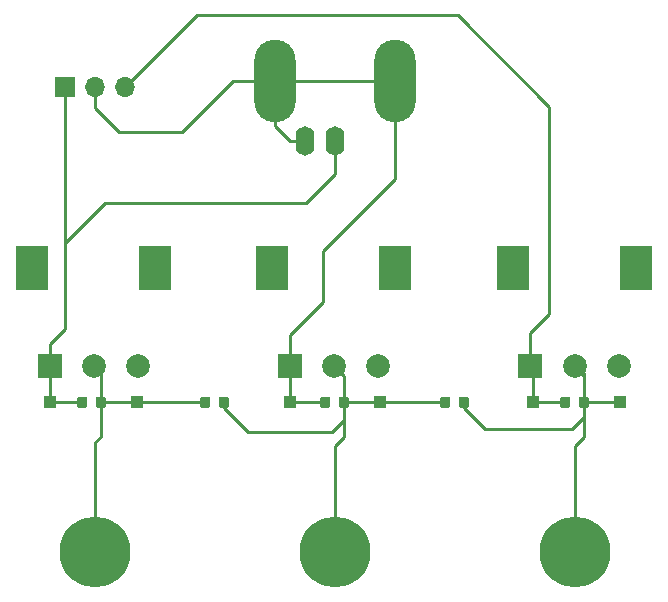
<source format=gbr>
G04 #@! TF.GenerationSoftware,KiCad,Pcbnew,(5.1.5-0-10_14)*
G04 #@! TF.CreationDate,2020-03-13T23:12:58-07:00*
G04 #@! TF.ProjectId,SigGenAdapter,53696747-656e-4416-9461-707465722e6b,rev?*
G04 #@! TF.SameCoordinates,Original*
G04 #@! TF.FileFunction,Copper,L1,Top*
G04 #@! TF.FilePolarity,Positive*
%FSLAX46Y46*%
G04 Gerber Fmt 4.6, Leading zero omitted, Abs format (unit mm)*
G04 Created by KiCad (PCBNEW (5.1.5-0-10_14)) date 2020-03-13 23:12:58*
%MOMM*%
%LPD*%
G04 APERTURE LIST*
%ADD10R,1.700000X1.700000*%
%ADD11O,1.700000X1.700000*%
%ADD12C,6.000000*%
%ADD13C,0.100000*%
%ADD14R,1.000000X1.000000*%
%ADD15R,2.000000X2.000000*%
%ADD16C,2.000000*%
%ADD17R,2.800000X3.800000*%
%ADD18O,3.500000X7.000000*%
%ADD19O,1.600000X2.500000*%
%ADD20C,0.250000*%
G04 APERTURE END LIST*
D10*
X74422000Y-62484000D03*
D11*
X76962000Y-62484000D03*
X79502000Y-62484000D03*
D12*
X76962000Y-101854000D03*
X97282000Y-101854000D03*
X117602000Y-101854000D03*
G04 #@! TA.AperFunction,SMDPad,CuDef*
D13*
G36*
X77735691Y-88680053D02*
G01*
X77756926Y-88683203D01*
X77777750Y-88688419D01*
X77797962Y-88695651D01*
X77817368Y-88704830D01*
X77835781Y-88715866D01*
X77853024Y-88728654D01*
X77868930Y-88743070D01*
X77883346Y-88758976D01*
X77896134Y-88776219D01*
X77907170Y-88794632D01*
X77916349Y-88814038D01*
X77923581Y-88834250D01*
X77928797Y-88855074D01*
X77931947Y-88876309D01*
X77933000Y-88897750D01*
X77933000Y-89410250D01*
X77931947Y-89431691D01*
X77928797Y-89452926D01*
X77923581Y-89473750D01*
X77916349Y-89493962D01*
X77907170Y-89513368D01*
X77896134Y-89531781D01*
X77883346Y-89549024D01*
X77868930Y-89564930D01*
X77853024Y-89579346D01*
X77835781Y-89592134D01*
X77817368Y-89603170D01*
X77797962Y-89612349D01*
X77777750Y-89619581D01*
X77756926Y-89624797D01*
X77735691Y-89627947D01*
X77714250Y-89629000D01*
X77276750Y-89629000D01*
X77255309Y-89627947D01*
X77234074Y-89624797D01*
X77213250Y-89619581D01*
X77193038Y-89612349D01*
X77173632Y-89603170D01*
X77155219Y-89592134D01*
X77137976Y-89579346D01*
X77122070Y-89564930D01*
X77107654Y-89549024D01*
X77094866Y-89531781D01*
X77083830Y-89513368D01*
X77074651Y-89493962D01*
X77067419Y-89473750D01*
X77062203Y-89452926D01*
X77059053Y-89431691D01*
X77058000Y-89410250D01*
X77058000Y-88897750D01*
X77059053Y-88876309D01*
X77062203Y-88855074D01*
X77067419Y-88834250D01*
X77074651Y-88814038D01*
X77083830Y-88794632D01*
X77094866Y-88776219D01*
X77107654Y-88758976D01*
X77122070Y-88743070D01*
X77137976Y-88728654D01*
X77155219Y-88715866D01*
X77173632Y-88704830D01*
X77193038Y-88695651D01*
X77213250Y-88688419D01*
X77234074Y-88683203D01*
X77255309Y-88680053D01*
X77276750Y-88679000D01*
X77714250Y-88679000D01*
X77735691Y-88680053D01*
G37*
G04 #@! TD.AperFunction*
G04 #@! TA.AperFunction,SMDPad,CuDef*
G36*
X76160691Y-88680053D02*
G01*
X76181926Y-88683203D01*
X76202750Y-88688419D01*
X76222962Y-88695651D01*
X76242368Y-88704830D01*
X76260781Y-88715866D01*
X76278024Y-88728654D01*
X76293930Y-88743070D01*
X76308346Y-88758976D01*
X76321134Y-88776219D01*
X76332170Y-88794632D01*
X76341349Y-88814038D01*
X76348581Y-88834250D01*
X76353797Y-88855074D01*
X76356947Y-88876309D01*
X76358000Y-88897750D01*
X76358000Y-89410250D01*
X76356947Y-89431691D01*
X76353797Y-89452926D01*
X76348581Y-89473750D01*
X76341349Y-89493962D01*
X76332170Y-89513368D01*
X76321134Y-89531781D01*
X76308346Y-89549024D01*
X76293930Y-89564930D01*
X76278024Y-89579346D01*
X76260781Y-89592134D01*
X76242368Y-89603170D01*
X76222962Y-89612349D01*
X76202750Y-89619581D01*
X76181926Y-89624797D01*
X76160691Y-89627947D01*
X76139250Y-89629000D01*
X75701750Y-89629000D01*
X75680309Y-89627947D01*
X75659074Y-89624797D01*
X75638250Y-89619581D01*
X75618038Y-89612349D01*
X75598632Y-89603170D01*
X75580219Y-89592134D01*
X75562976Y-89579346D01*
X75547070Y-89564930D01*
X75532654Y-89549024D01*
X75519866Y-89531781D01*
X75508830Y-89513368D01*
X75499651Y-89493962D01*
X75492419Y-89473750D01*
X75487203Y-89452926D01*
X75484053Y-89431691D01*
X75483000Y-89410250D01*
X75483000Y-88897750D01*
X75484053Y-88876309D01*
X75487203Y-88855074D01*
X75492419Y-88834250D01*
X75499651Y-88814038D01*
X75508830Y-88794632D01*
X75519866Y-88776219D01*
X75532654Y-88758976D01*
X75547070Y-88743070D01*
X75562976Y-88728654D01*
X75580219Y-88715866D01*
X75598632Y-88704830D01*
X75618038Y-88695651D01*
X75638250Y-88688419D01*
X75659074Y-88683203D01*
X75680309Y-88680053D01*
X75701750Y-88679000D01*
X76139250Y-88679000D01*
X76160691Y-88680053D01*
G37*
G04 #@! TD.AperFunction*
G04 #@! TA.AperFunction,SMDPad,CuDef*
G36*
X117054691Y-88680053D02*
G01*
X117075926Y-88683203D01*
X117096750Y-88688419D01*
X117116962Y-88695651D01*
X117136368Y-88704830D01*
X117154781Y-88715866D01*
X117172024Y-88728654D01*
X117187930Y-88743070D01*
X117202346Y-88758976D01*
X117215134Y-88776219D01*
X117226170Y-88794632D01*
X117235349Y-88814038D01*
X117242581Y-88834250D01*
X117247797Y-88855074D01*
X117250947Y-88876309D01*
X117252000Y-88897750D01*
X117252000Y-89410250D01*
X117250947Y-89431691D01*
X117247797Y-89452926D01*
X117242581Y-89473750D01*
X117235349Y-89493962D01*
X117226170Y-89513368D01*
X117215134Y-89531781D01*
X117202346Y-89549024D01*
X117187930Y-89564930D01*
X117172024Y-89579346D01*
X117154781Y-89592134D01*
X117136368Y-89603170D01*
X117116962Y-89612349D01*
X117096750Y-89619581D01*
X117075926Y-89624797D01*
X117054691Y-89627947D01*
X117033250Y-89629000D01*
X116595750Y-89629000D01*
X116574309Y-89627947D01*
X116553074Y-89624797D01*
X116532250Y-89619581D01*
X116512038Y-89612349D01*
X116492632Y-89603170D01*
X116474219Y-89592134D01*
X116456976Y-89579346D01*
X116441070Y-89564930D01*
X116426654Y-89549024D01*
X116413866Y-89531781D01*
X116402830Y-89513368D01*
X116393651Y-89493962D01*
X116386419Y-89473750D01*
X116381203Y-89452926D01*
X116378053Y-89431691D01*
X116377000Y-89410250D01*
X116377000Y-88897750D01*
X116378053Y-88876309D01*
X116381203Y-88855074D01*
X116386419Y-88834250D01*
X116393651Y-88814038D01*
X116402830Y-88794632D01*
X116413866Y-88776219D01*
X116426654Y-88758976D01*
X116441070Y-88743070D01*
X116456976Y-88728654D01*
X116474219Y-88715866D01*
X116492632Y-88704830D01*
X116512038Y-88695651D01*
X116532250Y-88688419D01*
X116553074Y-88683203D01*
X116574309Y-88680053D01*
X116595750Y-88679000D01*
X117033250Y-88679000D01*
X117054691Y-88680053D01*
G37*
G04 #@! TD.AperFunction*
G04 #@! TA.AperFunction,SMDPad,CuDef*
G36*
X118629691Y-88680053D02*
G01*
X118650926Y-88683203D01*
X118671750Y-88688419D01*
X118691962Y-88695651D01*
X118711368Y-88704830D01*
X118729781Y-88715866D01*
X118747024Y-88728654D01*
X118762930Y-88743070D01*
X118777346Y-88758976D01*
X118790134Y-88776219D01*
X118801170Y-88794632D01*
X118810349Y-88814038D01*
X118817581Y-88834250D01*
X118822797Y-88855074D01*
X118825947Y-88876309D01*
X118827000Y-88897750D01*
X118827000Y-89410250D01*
X118825947Y-89431691D01*
X118822797Y-89452926D01*
X118817581Y-89473750D01*
X118810349Y-89493962D01*
X118801170Y-89513368D01*
X118790134Y-89531781D01*
X118777346Y-89549024D01*
X118762930Y-89564930D01*
X118747024Y-89579346D01*
X118729781Y-89592134D01*
X118711368Y-89603170D01*
X118691962Y-89612349D01*
X118671750Y-89619581D01*
X118650926Y-89624797D01*
X118629691Y-89627947D01*
X118608250Y-89629000D01*
X118170750Y-89629000D01*
X118149309Y-89627947D01*
X118128074Y-89624797D01*
X118107250Y-89619581D01*
X118087038Y-89612349D01*
X118067632Y-89603170D01*
X118049219Y-89592134D01*
X118031976Y-89579346D01*
X118016070Y-89564930D01*
X118001654Y-89549024D01*
X117988866Y-89531781D01*
X117977830Y-89513368D01*
X117968651Y-89493962D01*
X117961419Y-89473750D01*
X117956203Y-89452926D01*
X117953053Y-89431691D01*
X117952000Y-89410250D01*
X117952000Y-88897750D01*
X117953053Y-88876309D01*
X117956203Y-88855074D01*
X117961419Y-88834250D01*
X117968651Y-88814038D01*
X117977830Y-88794632D01*
X117988866Y-88776219D01*
X118001654Y-88758976D01*
X118016070Y-88743070D01*
X118031976Y-88728654D01*
X118049219Y-88715866D01*
X118067632Y-88704830D01*
X118087038Y-88695651D01*
X118107250Y-88688419D01*
X118128074Y-88683203D01*
X118149309Y-88680053D01*
X118170750Y-88679000D01*
X118608250Y-88679000D01*
X118629691Y-88680053D01*
G37*
G04 #@! TD.AperFunction*
G04 #@! TA.AperFunction,SMDPad,CuDef*
G36*
X88149691Y-88680053D02*
G01*
X88170926Y-88683203D01*
X88191750Y-88688419D01*
X88211962Y-88695651D01*
X88231368Y-88704830D01*
X88249781Y-88715866D01*
X88267024Y-88728654D01*
X88282930Y-88743070D01*
X88297346Y-88758976D01*
X88310134Y-88776219D01*
X88321170Y-88794632D01*
X88330349Y-88814038D01*
X88337581Y-88834250D01*
X88342797Y-88855074D01*
X88345947Y-88876309D01*
X88347000Y-88897750D01*
X88347000Y-89410250D01*
X88345947Y-89431691D01*
X88342797Y-89452926D01*
X88337581Y-89473750D01*
X88330349Y-89493962D01*
X88321170Y-89513368D01*
X88310134Y-89531781D01*
X88297346Y-89549024D01*
X88282930Y-89564930D01*
X88267024Y-89579346D01*
X88249781Y-89592134D01*
X88231368Y-89603170D01*
X88211962Y-89612349D01*
X88191750Y-89619581D01*
X88170926Y-89624797D01*
X88149691Y-89627947D01*
X88128250Y-89629000D01*
X87690750Y-89629000D01*
X87669309Y-89627947D01*
X87648074Y-89624797D01*
X87627250Y-89619581D01*
X87607038Y-89612349D01*
X87587632Y-89603170D01*
X87569219Y-89592134D01*
X87551976Y-89579346D01*
X87536070Y-89564930D01*
X87521654Y-89549024D01*
X87508866Y-89531781D01*
X87497830Y-89513368D01*
X87488651Y-89493962D01*
X87481419Y-89473750D01*
X87476203Y-89452926D01*
X87473053Y-89431691D01*
X87472000Y-89410250D01*
X87472000Y-88897750D01*
X87473053Y-88876309D01*
X87476203Y-88855074D01*
X87481419Y-88834250D01*
X87488651Y-88814038D01*
X87497830Y-88794632D01*
X87508866Y-88776219D01*
X87521654Y-88758976D01*
X87536070Y-88743070D01*
X87551976Y-88728654D01*
X87569219Y-88715866D01*
X87587632Y-88704830D01*
X87607038Y-88695651D01*
X87627250Y-88688419D01*
X87648074Y-88683203D01*
X87669309Y-88680053D01*
X87690750Y-88679000D01*
X88128250Y-88679000D01*
X88149691Y-88680053D01*
G37*
G04 #@! TD.AperFunction*
G04 #@! TA.AperFunction,SMDPad,CuDef*
G36*
X86574691Y-88680053D02*
G01*
X86595926Y-88683203D01*
X86616750Y-88688419D01*
X86636962Y-88695651D01*
X86656368Y-88704830D01*
X86674781Y-88715866D01*
X86692024Y-88728654D01*
X86707930Y-88743070D01*
X86722346Y-88758976D01*
X86735134Y-88776219D01*
X86746170Y-88794632D01*
X86755349Y-88814038D01*
X86762581Y-88834250D01*
X86767797Y-88855074D01*
X86770947Y-88876309D01*
X86772000Y-88897750D01*
X86772000Y-89410250D01*
X86770947Y-89431691D01*
X86767797Y-89452926D01*
X86762581Y-89473750D01*
X86755349Y-89493962D01*
X86746170Y-89513368D01*
X86735134Y-89531781D01*
X86722346Y-89549024D01*
X86707930Y-89564930D01*
X86692024Y-89579346D01*
X86674781Y-89592134D01*
X86656368Y-89603170D01*
X86636962Y-89612349D01*
X86616750Y-89619581D01*
X86595926Y-89624797D01*
X86574691Y-89627947D01*
X86553250Y-89629000D01*
X86115750Y-89629000D01*
X86094309Y-89627947D01*
X86073074Y-89624797D01*
X86052250Y-89619581D01*
X86032038Y-89612349D01*
X86012632Y-89603170D01*
X85994219Y-89592134D01*
X85976976Y-89579346D01*
X85961070Y-89564930D01*
X85946654Y-89549024D01*
X85933866Y-89531781D01*
X85922830Y-89513368D01*
X85913651Y-89493962D01*
X85906419Y-89473750D01*
X85901203Y-89452926D01*
X85898053Y-89431691D01*
X85897000Y-89410250D01*
X85897000Y-88897750D01*
X85898053Y-88876309D01*
X85901203Y-88855074D01*
X85906419Y-88834250D01*
X85913651Y-88814038D01*
X85922830Y-88794632D01*
X85933866Y-88776219D01*
X85946654Y-88758976D01*
X85961070Y-88743070D01*
X85976976Y-88728654D01*
X85994219Y-88715866D01*
X86012632Y-88704830D01*
X86032038Y-88695651D01*
X86052250Y-88688419D01*
X86073074Y-88683203D01*
X86094309Y-88680053D01*
X86115750Y-88679000D01*
X86553250Y-88679000D01*
X86574691Y-88680053D01*
G37*
G04 #@! TD.AperFunction*
G04 #@! TA.AperFunction,SMDPad,CuDef*
G36*
X106894691Y-88680053D02*
G01*
X106915926Y-88683203D01*
X106936750Y-88688419D01*
X106956962Y-88695651D01*
X106976368Y-88704830D01*
X106994781Y-88715866D01*
X107012024Y-88728654D01*
X107027930Y-88743070D01*
X107042346Y-88758976D01*
X107055134Y-88776219D01*
X107066170Y-88794632D01*
X107075349Y-88814038D01*
X107082581Y-88834250D01*
X107087797Y-88855074D01*
X107090947Y-88876309D01*
X107092000Y-88897750D01*
X107092000Y-89410250D01*
X107090947Y-89431691D01*
X107087797Y-89452926D01*
X107082581Y-89473750D01*
X107075349Y-89493962D01*
X107066170Y-89513368D01*
X107055134Y-89531781D01*
X107042346Y-89549024D01*
X107027930Y-89564930D01*
X107012024Y-89579346D01*
X106994781Y-89592134D01*
X106976368Y-89603170D01*
X106956962Y-89612349D01*
X106936750Y-89619581D01*
X106915926Y-89624797D01*
X106894691Y-89627947D01*
X106873250Y-89629000D01*
X106435750Y-89629000D01*
X106414309Y-89627947D01*
X106393074Y-89624797D01*
X106372250Y-89619581D01*
X106352038Y-89612349D01*
X106332632Y-89603170D01*
X106314219Y-89592134D01*
X106296976Y-89579346D01*
X106281070Y-89564930D01*
X106266654Y-89549024D01*
X106253866Y-89531781D01*
X106242830Y-89513368D01*
X106233651Y-89493962D01*
X106226419Y-89473750D01*
X106221203Y-89452926D01*
X106218053Y-89431691D01*
X106217000Y-89410250D01*
X106217000Y-88897750D01*
X106218053Y-88876309D01*
X106221203Y-88855074D01*
X106226419Y-88834250D01*
X106233651Y-88814038D01*
X106242830Y-88794632D01*
X106253866Y-88776219D01*
X106266654Y-88758976D01*
X106281070Y-88743070D01*
X106296976Y-88728654D01*
X106314219Y-88715866D01*
X106332632Y-88704830D01*
X106352038Y-88695651D01*
X106372250Y-88688419D01*
X106393074Y-88683203D01*
X106414309Y-88680053D01*
X106435750Y-88679000D01*
X106873250Y-88679000D01*
X106894691Y-88680053D01*
G37*
G04 #@! TD.AperFunction*
G04 #@! TA.AperFunction,SMDPad,CuDef*
G36*
X108469691Y-88680053D02*
G01*
X108490926Y-88683203D01*
X108511750Y-88688419D01*
X108531962Y-88695651D01*
X108551368Y-88704830D01*
X108569781Y-88715866D01*
X108587024Y-88728654D01*
X108602930Y-88743070D01*
X108617346Y-88758976D01*
X108630134Y-88776219D01*
X108641170Y-88794632D01*
X108650349Y-88814038D01*
X108657581Y-88834250D01*
X108662797Y-88855074D01*
X108665947Y-88876309D01*
X108667000Y-88897750D01*
X108667000Y-89410250D01*
X108665947Y-89431691D01*
X108662797Y-89452926D01*
X108657581Y-89473750D01*
X108650349Y-89493962D01*
X108641170Y-89513368D01*
X108630134Y-89531781D01*
X108617346Y-89549024D01*
X108602930Y-89564930D01*
X108587024Y-89579346D01*
X108569781Y-89592134D01*
X108551368Y-89603170D01*
X108531962Y-89612349D01*
X108511750Y-89619581D01*
X108490926Y-89624797D01*
X108469691Y-89627947D01*
X108448250Y-89629000D01*
X108010750Y-89629000D01*
X107989309Y-89627947D01*
X107968074Y-89624797D01*
X107947250Y-89619581D01*
X107927038Y-89612349D01*
X107907632Y-89603170D01*
X107889219Y-89592134D01*
X107871976Y-89579346D01*
X107856070Y-89564930D01*
X107841654Y-89549024D01*
X107828866Y-89531781D01*
X107817830Y-89513368D01*
X107808651Y-89493962D01*
X107801419Y-89473750D01*
X107796203Y-89452926D01*
X107793053Y-89431691D01*
X107792000Y-89410250D01*
X107792000Y-88897750D01*
X107793053Y-88876309D01*
X107796203Y-88855074D01*
X107801419Y-88834250D01*
X107808651Y-88814038D01*
X107817830Y-88794632D01*
X107828866Y-88776219D01*
X107841654Y-88758976D01*
X107856070Y-88743070D01*
X107871976Y-88728654D01*
X107889219Y-88715866D01*
X107907632Y-88704830D01*
X107927038Y-88695651D01*
X107947250Y-88688419D01*
X107968074Y-88683203D01*
X107989309Y-88680053D01*
X108010750Y-88679000D01*
X108448250Y-88679000D01*
X108469691Y-88680053D01*
G37*
G04 #@! TD.AperFunction*
D14*
X93472000Y-89154000D03*
X101092000Y-89154000D03*
X73152000Y-89154000D03*
X114046000Y-89154000D03*
X80518000Y-89154000D03*
X121412000Y-89154000D03*
D15*
X73152000Y-86106000D03*
D16*
X76902000Y-86106000D03*
X80652000Y-86106000D03*
D17*
X71702000Y-77781000D03*
X82102000Y-77781000D03*
X122802000Y-77781000D03*
X112402000Y-77781000D03*
D16*
X121352000Y-86106000D03*
X117602000Y-86106000D03*
D15*
X113852000Y-86106000D03*
X93472000Y-86106000D03*
D16*
X97222000Y-86106000D03*
X100972000Y-86106000D03*
D17*
X92022000Y-77781000D03*
X102422000Y-77781000D03*
D18*
X92202000Y-61976000D03*
X102362000Y-61976000D03*
D19*
X97282000Y-67056000D03*
X94742000Y-67056000D03*
G04 #@! TA.AperFunction,SMDPad,CuDef*
D13*
G36*
X98309691Y-88680053D02*
G01*
X98330926Y-88683203D01*
X98351750Y-88688419D01*
X98371962Y-88695651D01*
X98391368Y-88704830D01*
X98409781Y-88715866D01*
X98427024Y-88728654D01*
X98442930Y-88743070D01*
X98457346Y-88758976D01*
X98470134Y-88776219D01*
X98481170Y-88794632D01*
X98490349Y-88814038D01*
X98497581Y-88834250D01*
X98502797Y-88855074D01*
X98505947Y-88876309D01*
X98507000Y-88897750D01*
X98507000Y-89410250D01*
X98505947Y-89431691D01*
X98502797Y-89452926D01*
X98497581Y-89473750D01*
X98490349Y-89493962D01*
X98481170Y-89513368D01*
X98470134Y-89531781D01*
X98457346Y-89549024D01*
X98442930Y-89564930D01*
X98427024Y-89579346D01*
X98409781Y-89592134D01*
X98391368Y-89603170D01*
X98371962Y-89612349D01*
X98351750Y-89619581D01*
X98330926Y-89624797D01*
X98309691Y-89627947D01*
X98288250Y-89629000D01*
X97850750Y-89629000D01*
X97829309Y-89627947D01*
X97808074Y-89624797D01*
X97787250Y-89619581D01*
X97767038Y-89612349D01*
X97747632Y-89603170D01*
X97729219Y-89592134D01*
X97711976Y-89579346D01*
X97696070Y-89564930D01*
X97681654Y-89549024D01*
X97668866Y-89531781D01*
X97657830Y-89513368D01*
X97648651Y-89493962D01*
X97641419Y-89473750D01*
X97636203Y-89452926D01*
X97633053Y-89431691D01*
X97632000Y-89410250D01*
X97632000Y-88897750D01*
X97633053Y-88876309D01*
X97636203Y-88855074D01*
X97641419Y-88834250D01*
X97648651Y-88814038D01*
X97657830Y-88794632D01*
X97668866Y-88776219D01*
X97681654Y-88758976D01*
X97696070Y-88743070D01*
X97711976Y-88728654D01*
X97729219Y-88715866D01*
X97747632Y-88704830D01*
X97767038Y-88695651D01*
X97787250Y-88688419D01*
X97808074Y-88683203D01*
X97829309Y-88680053D01*
X97850750Y-88679000D01*
X98288250Y-88679000D01*
X98309691Y-88680053D01*
G37*
G04 #@! TD.AperFunction*
G04 #@! TA.AperFunction,SMDPad,CuDef*
G36*
X96734691Y-88680053D02*
G01*
X96755926Y-88683203D01*
X96776750Y-88688419D01*
X96796962Y-88695651D01*
X96816368Y-88704830D01*
X96834781Y-88715866D01*
X96852024Y-88728654D01*
X96867930Y-88743070D01*
X96882346Y-88758976D01*
X96895134Y-88776219D01*
X96906170Y-88794632D01*
X96915349Y-88814038D01*
X96922581Y-88834250D01*
X96927797Y-88855074D01*
X96930947Y-88876309D01*
X96932000Y-88897750D01*
X96932000Y-89410250D01*
X96930947Y-89431691D01*
X96927797Y-89452926D01*
X96922581Y-89473750D01*
X96915349Y-89493962D01*
X96906170Y-89513368D01*
X96895134Y-89531781D01*
X96882346Y-89549024D01*
X96867930Y-89564930D01*
X96852024Y-89579346D01*
X96834781Y-89592134D01*
X96816368Y-89603170D01*
X96796962Y-89612349D01*
X96776750Y-89619581D01*
X96755926Y-89624797D01*
X96734691Y-89627947D01*
X96713250Y-89629000D01*
X96275750Y-89629000D01*
X96254309Y-89627947D01*
X96233074Y-89624797D01*
X96212250Y-89619581D01*
X96192038Y-89612349D01*
X96172632Y-89603170D01*
X96154219Y-89592134D01*
X96136976Y-89579346D01*
X96121070Y-89564930D01*
X96106654Y-89549024D01*
X96093866Y-89531781D01*
X96082830Y-89513368D01*
X96073651Y-89493962D01*
X96066419Y-89473750D01*
X96061203Y-89452926D01*
X96058053Y-89431691D01*
X96057000Y-89410250D01*
X96057000Y-88897750D01*
X96058053Y-88876309D01*
X96061203Y-88855074D01*
X96066419Y-88834250D01*
X96073651Y-88814038D01*
X96082830Y-88794632D01*
X96093866Y-88776219D01*
X96106654Y-88758976D01*
X96121070Y-88743070D01*
X96136976Y-88728654D01*
X96154219Y-88715866D01*
X96172632Y-88704830D01*
X96192038Y-88695651D01*
X96212250Y-88688419D01*
X96233074Y-88683203D01*
X96254309Y-88680053D01*
X96275750Y-88679000D01*
X96713250Y-88679000D01*
X96734691Y-88680053D01*
G37*
G04 #@! TD.AperFunction*
D20*
X73152000Y-86106000D02*
X73152000Y-89154000D01*
X75920500Y-89154000D02*
X73152000Y-89154000D01*
X74422000Y-82931000D02*
X73152000Y-84201000D01*
X73152000Y-86106000D02*
X73152000Y-84201000D01*
X97282000Y-67056000D02*
X97282000Y-69850000D01*
X97282000Y-69850000D02*
X94869000Y-72263000D01*
X94869000Y-72263000D02*
X77851000Y-72263000D01*
X74422000Y-75692000D02*
X74422000Y-82931000D01*
X77851000Y-72263000D02*
X74422000Y-75692000D01*
X74422000Y-62484000D02*
X74422000Y-75692000D01*
X114046000Y-86106000D02*
X114046000Y-89154000D01*
X114046000Y-89154000D02*
X116814500Y-89154000D01*
X80518000Y-89154000D02*
X77495500Y-89154000D01*
X118389500Y-86699500D02*
X117796000Y-86106000D01*
X118389500Y-89154000D02*
X118389500Y-86699500D01*
X120662000Y-89154000D02*
X118389500Y-89154000D01*
X121412000Y-89154000D02*
X120662000Y-89154000D01*
X101092000Y-89154000D02*
X98069500Y-89154000D01*
X79502000Y-62484000D02*
X85598000Y-56388000D01*
X85598000Y-56388000D02*
X107696000Y-56388000D01*
X107696000Y-56388000D02*
X115443000Y-64135000D01*
X115443000Y-64135000D02*
X115443000Y-81661000D01*
X113852000Y-83252000D02*
X113852000Y-86106000D01*
X115443000Y-81661000D02*
X113852000Y-83252000D01*
X86334500Y-89154000D02*
X82931000Y-89154000D01*
X82931000Y-89154000D02*
X83032500Y-89154000D01*
X80518000Y-89154000D02*
X82931000Y-89154000D01*
X77495500Y-86699500D02*
X76902000Y-86106000D01*
X77495500Y-89154000D02*
X77495500Y-86699500D01*
X76962000Y-101854000D02*
X76962000Y-92583000D01*
X77495500Y-92049500D02*
X77495500Y-89154000D01*
X76962000Y-92583000D02*
X77495500Y-92049500D01*
X118389500Y-86893500D02*
X117602000Y-86106000D01*
X118389500Y-89154000D02*
X118389500Y-86893500D01*
X108229500Y-89629000D02*
X110040500Y-91440000D01*
X108229500Y-89154000D02*
X108229500Y-89629000D01*
X110040500Y-91440000D02*
X117348000Y-91440000D01*
X118389500Y-90398500D02*
X118389500Y-89154000D01*
X117602000Y-101854000D02*
X117602000Y-92837000D01*
X117602000Y-92837000D02*
X118364000Y-92075000D01*
X118364000Y-92075000D02*
X118364000Y-90424000D01*
X118364000Y-90424000D02*
X118389500Y-90398500D01*
X117348000Y-91440000D02*
X118364000Y-90424000D01*
X101092000Y-89154000D02*
X101842000Y-89154000D01*
X106654500Y-89154000D02*
X101092000Y-89154000D01*
X98069500Y-86953500D02*
X97222000Y-86106000D01*
X98069500Y-89154000D02*
X98069500Y-86953500D01*
X87909500Y-89629000D02*
X89974500Y-91694000D01*
X87909500Y-89154000D02*
X87909500Y-89629000D01*
X89974500Y-91694000D02*
X97028000Y-91694000D01*
X98069500Y-90652500D02*
X98069500Y-89154000D01*
X97282000Y-101854000D02*
X97282000Y-92837000D01*
X98044000Y-92075000D02*
X98044000Y-90678000D01*
X97282000Y-92837000D02*
X98044000Y-92075000D01*
X98044000Y-90678000D02*
X98069500Y-90652500D01*
X97028000Y-91694000D02*
X98044000Y-90678000D01*
X96494500Y-89154000D02*
X95250000Y-89154000D01*
X95250000Y-89154000D02*
X93472000Y-89154000D01*
X93472000Y-86106000D02*
X93472000Y-89154000D01*
X92202000Y-65726000D02*
X92202000Y-61976000D01*
X93532000Y-67056000D02*
X92202000Y-65726000D01*
X94742000Y-67056000D02*
X93532000Y-67056000D01*
X92202000Y-61976000D02*
X102362000Y-61976000D01*
X102362000Y-61976000D02*
X102362000Y-70231000D01*
X102362000Y-70231000D02*
X96266000Y-76327000D01*
X96266000Y-76327000D02*
X96266000Y-80645000D01*
X93472000Y-83439000D02*
X93472000Y-86106000D01*
X96266000Y-80645000D02*
X93472000Y-83439000D01*
X76962000Y-62484000D02*
X76962000Y-64262000D01*
X76962000Y-64262000D02*
X78994000Y-66294000D01*
X78994000Y-66294000D02*
X84328000Y-66294000D01*
X88646000Y-61976000D02*
X92202000Y-61976000D01*
X84328000Y-66294000D02*
X88646000Y-61976000D01*
M02*

</source>
